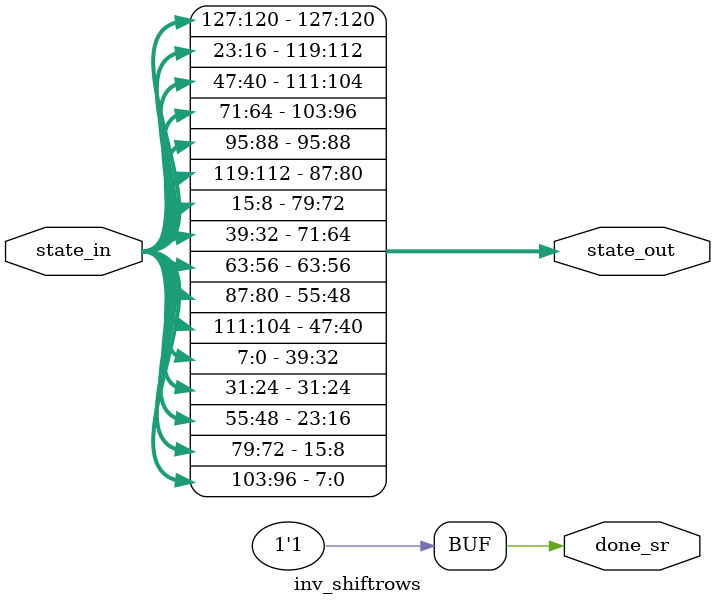
<source format=v>
module inv_shiftrows (
    input  [127:0] state_in,
    output [127:0] state_out,
    output         done_sr
);

  // Reorganização dos bytes conforme InvShiftRows padrão AES
  assign state_out = {
    state_in[127:120], // b0
    state_in[23:16],   // b13
    state_in[47:40],   // b10
    state_in[71:64],   // b7

    state_in[95:88],   // b4
    state_in[119:112], // b1
    state_in[15:8],    // b14
    state_in[39:32],   // b11
    
    state_in[63:56],   // b8
    state_in[87:80],   // b5
    state_in[111:104], // b2
    state_in[7:0],     // b15

    state_in[31:24],   // b12
    state_in[55:48],   // b9
    state_in[79:72],   // b6
    state_in[103:96]  // b3
  };

  // Como é combinacional, a saída está sempre pronta
  assign done_sr = 1'b1;

endmodule

</source>
